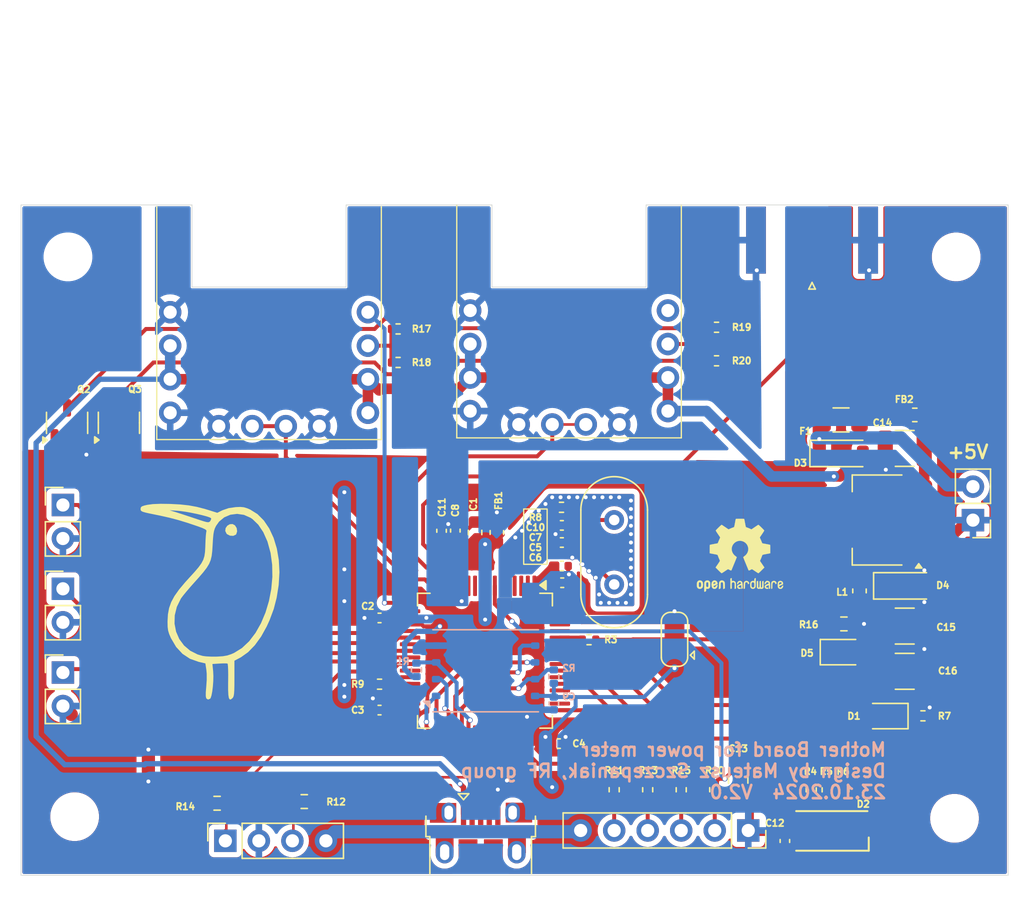
<source format=kicad_pcb>
(kicad_pcb (version 20240108) (generator "pcbnew") (generator_version "8.0")
  (layers (0 "F.Cu" signal) (31 "B.Cu" signal) (34 "B.Paste" user) (35 "F.Paste" user) (36 "B.SilkS" user "B.Silkscreen") (37 "F.SilkS" user "F.Silkscreen") (38 "B.Mask" user) (39 "F.Mask" user) (44 "Edge.Cuts" user))
  (net 0 "")
  (net 1 "+3.3V")
  (net 2 "GND")
  (net 3 "HSE_IN")
  (net 4 "+3.3VA")
  (net 5 "GNDA")
  (net 6 "Net-(C10-Pad1)")
  (net 7 "NRST")
  (net 8 "Net-(U3-VI)")
  (net 9 "+5V")
  (net 10 "Net-(D1-A)")
  (net 11 "Net-(D1-K)")
  (net 12 "Net-(D2-BK)")
  (net 13 "Net-(D2-GK)")
  (net 14 "Net-(D2-RK)")
  (net 16 "Net-(D4-K)")
  (net 17 "Net-(D5-K)")
  (net 18 "Net-(F1-Pad1)")
  (net 19 "Net-(J1-Pin_5)")
  (net 20 "Net-(J1-Pin_3)")
  (net 21 "Net-(J1-Pin_2)")
  (net 22 "Net-(J1-Pin_4)")
  (net 25 "USB_D+")
  (net 27 "USB_D-")
  (net 38 "I2C1_SCL")
  (net 39 "I2C1_SDA")
  (net 40 "VCC")
  (net 41 "1k")
  (net 42 "Net-(Q2-D)")
  (net 43 "Net-(Q3-D)")
  (net 44 "500R")
  (net 45 "FLASH_!WP")
  (net 46 "FLASH_!HOLD")
  (net 47 "BOOT0")
  (net 48 "TIM3_CH1")
  (net 49 "TIM3_CH2")
  (net 50 "TIM4_CH1")
  (net 51 "HSE_OUT")
  (net 52 "BOOT1")
  (net 53 "SWDIO")
  (net 54 "SWCLK")
  (net 55 "SWO")
  (net 56 "T_ADJ_1")
  (net 57 "T_ADJ_2")
  (net 58 "ADC3_IN2_TRIG")
  (net 59 "Button1")
  (net 60 "Button2")
  (net 61 "Button3")
  (net 62 "SPI2_MISO")
  (net 63 "SPI2_SCK")
  (net 64 "SPI2_!CS")
  (net 65 "SPI2_MOSI")
  (net 70 "ADC1_IN0_DET1")
  (net 80 "ADC3_IN3_TEMP")
  (net 81 "ADC2_IN1_DET2")
  (footprint "Resistor_SMD:R_0402_1005Metric" (layer "F.Cu") (at 130.937 48.133)
    (property "Reference" "R20")
    (property "Value" "510R" (hide yes))
  )
  (footprint "Capacitor_SMD:C_0402_1005Metric" (layer "F.Cu") (at 119.2155 60.605 180)
    (property "Reference" "C10")
    (property "Value" "12p")
  )
  (footprint "Symbol:OSHW-Logo2_7.3x6mm_SilkScreen" (layer "F.Cu") (at 132.715 62.865)
    (property "Reference" "REF**" (hide yes))
    (property "Value" "OSHW-Logo2_7.3x6mm_SilkScreen" (hide yes))
  )
  (footprint "Inductor_SMD:L_0603_1608Metric" (layer "F.Cu") (at 145.9605 52.2345 180)
    (property "Reference" "FB2")
    (property "Value" "600 @ 600 MHz" (hide yes))
  )
  (footprint "Connector_USB:USB_Micro-B_Amphenol_10103594-0001LF_Horizontal" (layer "F.Cu") (at 113.0895 84.255)
    (property "Reference" "J2" (hide yes))
    (property "Value" "~")
  )
  (footprint "Capacitor_SMD:C_0402_1005Metric" (layer "F.Cu") (at 119.2155 61.903 180)
    (property "Reference" "C7")
    (property "Value" "12p")
  )
  (footprint "Resistor_SMD:R_0402_1005Metric" (layer "F.Cu") (at 106.807 45.72)
    (property "Reference" "R17")
    (property "Value" "1k" (hide yes))
  )
  (footprint "moja:detektor_AD8318" (layer "F.Cu") (at 97.663 48.26)
    (property "Reference" "U4" (hide yes))
    (property "Value" "~")
  )
  (footprint "Capacitor_SMD:C_0402_1005Metric" (layer "F.Cu") (at 119.2435 64.951)
    (property "Reference" "C6")
    (property "Value" "100n")
  )
  (footprint "LED_SMD:LED_RGB_1210" (layer "F.Cu") (at 139.672 83.758 180)
    (property "Reference" "D2")
    (property "Value" "~")
  )
  (footprint "Resistor_SMD:R_0402_1005Metric" (layer "F.Cu") (at 125.7205 80.638 -90)
    (property "Reference" "R13")
    (property "Value" "22")
  )
  (footprint "MountingHole:MountingHole_3.2mm_M3" (layer "F.Cu") (at 82.296 82.677)
    (property "Reference" "H3" (hide yes))
    (property "Value" "MountingHole")
  )
  (footprint "Capacitor_SMD:C_0603_1608Metric" (layer "F.Cu") (at 114.2905 61.141 90)
    (property "Reference" "C1")
    (property "Value" "4u7")
  )
  (footprint "Resistor_SMD:R_0402_1005Metric" (layer "F.Cu") (at 130.937 45.593)
    (property "Reference" "R19")
    (property "Value" "1k" (hide yes))
  )
  (footprint "Capacitor_SMD:C_0402_1005Metric" (layer "F.Cu") (at 105.4005 67.618 180)
    (property "Reference" "C2")
    (property "Value" "100n" (hide yes))
  )
  (footprint "Capacitor_SMD:C_0402_1005Metric" (layer "F.Cu") (at 119.2155 63.681)
    (property "Reference" "C5")
    (property "Value" "100n")
  )
  (footprint "Capacitor_SMD:C_0402_1005Metric" (layer "F.Cu") (at 105.4005 74.603 180)
    (property "Reference" "C3")
    (property "Value" "100n")
  )
  (footprint "Diode_SMD:D_SOD-123" (layer "F.Cu") (at 140.3725 55.1555)
    (property "Reference" "D3")
    (property "Value" "B5819W" (hide yes))
  )
  (footprint "Connector_PinHeader_2.54mm:PinHeader_1x02_P2.54mm_Vertical" (layer "F.Cu") (at 81.407 71.755)
    (property "Reference" "SW4" (hide yes))
    (property "Value" "SW_Push")
  )
  (footprint "Resistor_SMD:R_0402_1005Metric" (layer "F.Cu") (at 140.589 80.643 90)
    (property "Reference" "R6")
    (property "Value" "1k")
  )
  (footprint "Package_TO_SOT_SMD:SOT-23-3" (layer "F.Cu") (at 85.651 52.832 90)
    (property "Reference" "Q3")
    (property "Value" "BSS138")
  )
  (footprint "MountingHole:MountingHole_3.2mm_M3" (layer "F.Cu") (at 148.971 82.804)
    (property "Reference" "H4" (hide yes))
    (property "Value" "MountingHole")
  )
  (footprint "Connector_PinSocket_2.54mm:PinSocket_1x06_P2.54mm_Vertical" (layer "F.Cu") (at 133.3405 83.725 -90)
    (property "Reference" "J1" (hide yes))
    (property "Value" "SWDIO")
  )
  (footprint "Connector_PinSocket_2.54mm:PinSocket_1x04_P2.54mm_Vertical" (layer "F.Cu") (at 93.7165 84.509 90)
    (property "Reference" "J3" (hide yes))
    (property "Value" "wyswietlacz")
  )
  (footprint "Resistor_SMD:R_0402_1005Metric" (layer "F.Cu") (at 138.111 80.643 90)
    (property "Reference" "R4")
    (property "Value" "1k")
  )
  (footprint "Resistor_SMD:R_0603_1608Metric" (layer "F.Cu") (at 99.695 81.534 180)
    (property "Reference" "R12")
    (property "Value" "2k2")
  )
  (footprint "Package_QFP:LQFP-64_10x10mm_P0.5mm" (layer "F.Cu") (at 113.3885 70.861 -90)
    (property "Reference" "U2" (hide yes))
    (property "Value" "STM32F446RCTx")
  )
  (footprint "Resistor_SMD:R_0402_1005Metric" (layer "F.Cu") (at 119.1875 59.236)
    (property "Reference" "R8")
    (property "Value" "47")
  )
  (footprint "Resistor_SMD:R_0402_1005Metric" (layer "F.Cu") (at 146.578 75.037 180)
    (property "Reference" "R7")
    (property "Value" "1k")
  )
  (footprint "Resistor_SMD:R_0402_1005Metric" (layer "F.Cu") (at 105.4005 72.639 180)
    (property "Reference" "R9")
    (property "Value" "10k")
  )
  (footprint "LOGO" (layer "F.Cu") (at 92.837 66.421)
    (property "Reference" "G***" (hide yes))
    (property "Value" "LOGO" (hide yes))
  )
  (footprint "Resistor_SMD:R_0603_1608Metric" (layer "F.Cu") (at 140.589 68.072)
    (property "Reference" "R16")
    (property "Value" "1k5")
  )
  (footprint "Capacitor_SMD:C_0402_1005Metric" (layer "F.Cu") (at 110.0995 61.014 90)
    (property "Reference" "C11")
    (property "Value" "100n" (hide yes))
  )
  (footprint "Resistor_SMD:R_0402_1005Metric" (layer "F.Cu") (at 123.1805 80.636 -90)
    (property "Reference" "R11")
    (property "Value" "22")
  )
  (footprint "Resistor_SMD:R_0603_1608Metric" (layer "F.Cu") (at 93.091 81.661)
    (property "Reference" "R14")
    (property "Value" "2k2")
  )
  (footprint "Connector_PinHeader_2.54mm:PinHeader_1x02_P2.54mm_Vertical" (layer "F.Cu") (at 81.407 65.41)
    (property "Reference" "SW3" (hide yes))
    (property "Value" "SW_Push")
  )
  (footprint "Capacitor_SMD:C_0402_1005Metric" (layer "F.Cu") (at 118.9895 77.143)
    (property "Reference" "C4")
    (property "Value" "100n" (hide yes))
  )
  (footprint "Capacitor_SMD:C_0603_1608Metric" (layer "F.Cu") (at 141.7695 65.5695 -90)
    (property "Reference" "L1")
    (property "Value" "10u")
  )
  (footprint "Resistor_SMD:R_0402_1005Metric" (layer "F.Cu") (at 130.8005 80.636 -90)
    (property "Reference" "R10")
    (property "Value" "22")
  )
  (footprint "Capacitor_SMD:C_0805_2012Metric" (layer "F.Cu") (at 132.5785 79.876 -90)
    (property "Reference" "C13")
    (property "Value" "100n")
  )
  (footprint "Jumper:SolderJumper-3_P1.3mm_Open_RoundedPad1.0x1.5mm" (layer "F.Cu") (at 127.7525 69.239 90)
    (property "Reference" "SW1" (hide yes))
    (property "Value" "~")
  )
  (footprint "Resistor_SMD:R_0402_1005Metric" (layer "F.Cu") (at 128.2605 80.638 -90)
    (property "Reference" "R15")
    (property "Value" "22")
  )
  (footprint "Connector_PinHeader_2.54mm:PinHeader_1x02_P2.54mm_Vertical" (layer "F.Cu") (at 150.368 60.208 180)
    (property "Reference" "J201" (hide yes))
    (property "Value" "power")
  )
  (footprint "Resistor_SMD:R_0402_1005Metric" (layer "F.Cu") (at 121.2755 69.269 180)
    (property "Reference" "R3")
    (property "Value" "10k")
  )
  (footprint "Capacitor_SMD:C_1210_3225Metric" (layer "F.Cu") (at 145.1985 54.7745 180)
    (property "Reference" "C14")
    (property "Value" "10u")
  )
  (footprint "Resistor_SMD:R_0402_1005Metric" (layer "F.Cu") (at 106.807 48.26)
    (property "Reference" "R18")
    (property "Value" "510R" (hide yes))
  )
  (footprint "Package_TO_SOT_SMD:SOT-223-3_TabPin2" (layer "F.Cu") (at 143.129 60.198 180)
    (property "Reference" "U3" (hide yes))
    (property "Value" "AMS1117-3.3")
  )
  (footprint "MountingHole:MountingHole_3.2mm_M3" (layer "F.Cu") (at 81.788 40.259)
    (property "Reference" "H1" (hide yes))
    (property "Value" "MountingHole")
  )
  (footprint "Crystal:Crystal_HC49-4H_Vertical" (layer "F.Cu") (at 123.1805 65.078 90)
    (property "Reference" "Y1" (hide yes))
    (property "Value" "16MHz")
  )
  (footprint "Capacitor_SMD:C_0402_1005Metric" (layer "F.Cu") (at 111.1435 61.001 90)
    (property "Reference" "C8")
    (property "Value" "1u")
  )
  (footprint "Capacitor_SMD:C_1210_3225Metric" (layer "F.Cu") (at 145.1985 68.2365)
    (property "Reference" "C15")
    (property "Value" "10u")
  )
  (footprint "MountingHole:MountingHole_3.2mm_M3" (layer "F.Cu") (at 149.098 40.259)
    (property "Reference" "H2" (hide yes))
    (property "Value" "MountingHole")
  )
  (footprint "Capacitor_SMD:C_0402_1005Metric" (layer "F.Cu") (at 136.116 84.52 90)
    (property "Reference" "C12")
    (property "Value" "100n")
  )
  (footprint "Capacitor_SMD:C_1210_3225Metric" (layer "F.Cu") (at 145.1985 71.6655)
    (property "Reference" "C16")
    (property "Value" "10u")
  )
  (footprint "Fuse:Fuse_1206_3216Metric" (layer "F.Cu") (at 140.3725 52.6155 180)
    (property "Reference" "F1")
    (property "Value" "250mA" (hide yes))
  )
  (footprint "LED_SMD:LED_0805_2012Metric" (layer "F.Cu") (at 140.482 70.211)
    (property "Reference" "D5")
    (property "Value" "GREEN" (hide yes))
  )
  (footprint "moja:detektor_AD8318" (layer "F.Cu") (at 120.396 48.133)
    (property "Reference" "U5" (hide yes))
    (property "Value" "~")
  )
  (footprint "Package_TO_SOT_SMD:SOT-23-3" (layer "F.Cu") (at 81.722 52.8375 90)
    (property "Reference" "Q2")
    (property "Value" "BSS138")
  )
  (footprint "Resistor_SMD:R_0402_1005Metric" (layer "F.Cu") (at 139.319 80.645 90)
    (property "Reference" "R5")
    (property "Value" "1k")
  )
  (footprint "Diode_SMD:D_SOD-123" (layer "F.Cu") (at 145.1985 65.1885)
    (property "Reference" "D4")
    (property "Value" "B5819W" (hide yes))
  )
  (footprint "LED_SMD:LED_0805_2012Metric" (layer "F.Cu") (at 143.764 75.057 180)
    (property "Reference" "D1")
    (property "Value" "~")
  )
  (footprint "Connector_PinHeader_2.54mm:PinHeader_1x02_P2.54mm_Vertical" (layer "F.Cu") (at 81.407 59.06)
    (property "Reference" "SW2" (hide yes))
    (property "Value" "SW_Push")
  )
  (footprint "Connector_Coaxial:SMA_Amphenol_132289_EdgeMount" (layer "F.Cu") (at 138.176 38.989 90)
    (property "Reference" "REF**" (hide yes))
    (property "Value" "SMA_Amphenol_132289_EdgeMount")
  )
  (footprint "Inductor_SMD:L_0603_1608Metric" (layer "F.Cu") (at 112.6395 61.141 -90)
    (property "Reference" "FB1")
    (property "Value" "600MHz" (hide yes))
  )
  (footprint "Package_SON:WSON-8-1EP_8x6mm_P1.27mm_EP3.4x4.3mm" (layer "B.Cu") (at 113.4405 71.623)
    (property "Reference" "U1" (hide yes))
    (property "Value" "flash")
  )
  (footprint "Resistor_SMD:R_0402_1005Metric" (layer "B.Cu") (at 108.1945 71.555 90)
    (property "Reference" "R1")
    (property "Value" "10k")
  )
  (footprint "Capacitor_SMD:C_0402_1005Metric" (layer "B.Cu") (at 118.6085 74.095 -90)
    (property "Reference" "C9")
    (property "Value" "100n")
  )
  (footprint "Resistor_SMD:R_0402_1005Metric" (layer "B.Cu") (at 118.6085 72.063 90)
    (property "Reference" "R2")
    (property "Value" "10k")
  )
  (gr_rect (start 116.3225 59.363) (end 118.1005 63.554) (stroke (width 0.1)) (fill none) (layer "F.SilkS"))
  (gr_line (start 153.035 36.322) (end 153.035 87.122) (stroke (width 0.05)) (layer "Edge.Cuts"))
  (gr_line (start 113.919 36.322) (end 113.919 42.545) (stroke (width 0.05)) (layer "Edge.Cuts"))
  (gr_line (start 102.87 36.322) (end 113.919 36.322) (stroke (width 0.05)) (layer "Edge.Cuts"))
  (gr_line (start 91.186 42.545) (end 102.87 42.545) (stroke (width 0.05)) (layer "Edge.Cuts"))
  (gr_line (start 125.603 36.322) (end 153.035 36.322) (stroke (width 0.05)) (layer "Edge.Cuts"))
  (gr_line (start 113.919 42.545) (end 125.603 42.545) (stroke (width 0.05)) (layer "Edge.Cuts"))
  (gr_line (start 91.186 36.322) (end 91.186 42.545) (stroke (width 0.05)) (layer "Edge.Cuts"))
  (gr_line (start 102.87 42.545) (end 102.87 36.322) (stroke (width 0.05)) (layer "Edge.Cuts"))
  (gr_line (start 78.232 36.322) (end 91.186 36.322) (stroke (width 0.05)) (layer "Edge.Cuts"))
  (gr_line (start 125.603 42.545) (end 125.603 36.322) (stroke (width 0.05)) (layer "Edge.Cuts"))
  (gr_line (start 153.035 87.122) (end 78.232 87.122) (stroke (width 0.05)) (layer "Edge.Cuts"))
  (gr_line (start 78.232 87.122) (end 78.232 36.322) (stroke (width 0.05)) (layer "Edge.Cuts"))
  (gr_text "Mother Board for power meter\nDesign by Mateusz Szczepaniak, RF group\n23.10.2024  V2.0\n" (at 143.891 81.407 0) (layer "B.SilkS") (effects (font (size 1 1) (thickness 0.2) (bold yes)) (justify left bottom mirror)))
  (gr_text "+5V\n" (at 148.336 55.626 0) (layer "F.SilkS") (effects (font (size 1 1) (thickness 0.2) (bold yes)) (justify left bottom)))
  (segment (start 106.3735 68.111) (end 105.8805 67.618) (width 0.3) (layer "F.Cu") (net 1))
  (segment (start 142.2905 66.3445) (end 143.7235 67.7775) (width 0.8) (layer "F.Cu") (net 1))
  (segment (start 143.7235 68.2365) (end 143.7235 70.231) (width 0.8) (layer "F.Cu") (net 1))
  (segment (start 117.9025 76.536) (end 118.5095 77.143) (width 0.3) (layer "F.Cu") (net 1))
  (segment (start 101.3365 83.747) (end 101.3365 84.509) (width 0.3) (layer "F.Cu") (net 1))
  (segment (start 118.7355 63.681) (end 118.7355 64.923) (width 0.3) (layer "F.Cu") (net 1))
  (segment (start 118.5285 65.186) (end 118.7635 64.951) (width 0.3) (layer "F.Cu") (net 1))
  (segment (start 113.2875 61.916) (end 112.652 61.916) (width 0.3) (layer "F.Cu") (net 1))
  (segment (start 114.2905 61.916) (end 113.5155 61.916) (width 0.3) (layer "F.Cu") (net 1))
  (segment (start 118.7355 64.923) (end 118.7635 64.951) (width 0.3) (layer "F.Cu") (net 1))
  (segment (start 120.6405 81.969) (end 120.6405 83.725) (width 1) (layer "F.Cu") (net 1))
  (segment (start 118.7635 64.951) (end 118.7635 66.811) (width 0.3) (layer "F.Cu") (net 1))
  (segment (start 113.4015 62.03) (end 113.2875 61.916) (width 0.3) (layer "F.Cu") (net 1))
  (segment (start 142.324 70.231) (end 143.7235 70.231) (width 0.8) (layer "F.Cu") (net 1))
  (segment (start 112.652 61.916) (end 112.6395 61.9285) (width 0.3) (layer "F.Cu") (net 1))
  (segment (start 127.7525 71.301) (end 127.7525 70.539) (width 0.3) (layer "F.Cu") (net 1))
  (segment (start 119.1165 80.445) (end 118.4815 80.445) (width 1) (layer "F.Cu") (net 1))
  (segment (start 107.7135 68.111) (end 108.59162 68.111) (width 0.3) (layer "F.Cu") (net 1))
  (segment (start 108.59162 68.111) (end 108.73362 68.253) (width 0.3) (layer "F.Cu") (net 1))
  (segment (start 137.922 84.458) (end 137.922 84.519) (width 0.3) (layer "F.Cu") (net 1))
  (segment (start 119.1165 80.445) (end 120.6405 81.969) (width 1) (layer "F.Cu") (net 1))
  (segment (start 141.4195 70.211) (end 142.304 70.211) (width 0.8) (layer "F.Cu") (net 1))
  (segment (start 137.454 84.987) (end 136.116 84.987) (width 0.3) (layer "F.Cu") (net 1))
  (segment (start 118.7635 66.811) (end 119.0635 67.111) (width 0.3) (layer "F.Cu") (net 1))
  (segment (start 137.922 84.519) (end 137.454 84.987) (width 0.3) (layer "F.Cu") (net 1))
  (segment (start 143.7235 70.231) (end 143.7235 71.6655) (width 0.8) (layer "F.Cu") (net 1))
  (segment (start 107.7135 68.111) (end 106.3735 68.111) (width 0.3) (layer "F.Cu") (net 1))
  (segment (start 141.7695 66.3445) (end 142.2905 66.3445) (width 0.8) (layer "F.Cu") (net 1))
  (segment (start 117.1385 65.186) (end 118.5285 65.186) (width 0.3) (layer "F.Cu") (net 1))
  (segment (start 107.7135 74.611) (end 105.8885 74.611) (width 0.3) (layer "F.Cu") (net 1))
  (segment (start 113.5155 61.916) (end 113.4015 62.03) (width 0.3) (layer "F.Cu") (net 1))
  (segment (start 108.73362 68.253) (end 109.9725 68.253) (width 0.3) (layer "F.Cu") (net 1))
  (segment (start 117.1385 76.536) (end 117.9025 76.536) (width 0.3) (layer "F.Cu") (net 1))
  (segment (start 143.7235 67.7775) (end 143.7235 68.2365) (width 0.8) (layer "F.Cu") (net 1))
  (segment (start 142.304 70.211) (end 142.324 70.231) (width 0.8) (layer "F.Cu") (net 1))
  (segment (start 105.8885 74.611) (end 105.8805 74.603) (width 0.3) (layer "F.Cu") (net 1))
  (via (at 102.7335 73.587) (size 0.6) (drill 0.3) (layers "F.Cu" "B.Cu") (net 1))
  (via (at 102.7335 58.093) (size 0.6) (drill 0.3) (layers "F.Cu" "B.Cu") (net 1))
  (via (at 113.4015 67.745) (size 0.6) (drill 0.3) (layers "F.Cu" "B.Cu") (net 1))
  (via (at 113.4015 62.03) (size 0.6) (drill 0.3) (layers "F.Cu" "B.Cu") (net 1))
  (via (at 102.7335 66.348) (size 0.6) (drill 0.3) (layers "F.Cu" "B.Cu") (net 1))
  (via (at 102.7335 63.935) (size 0.6) (drill 0.3) (layers "F.Cu" "B.Cu") (net 1))
  (via (at 117.9735 76.635) (size 0.4) (drill 0.3) (layers "F.Cu" "B.Cu") (net 1))
  (via (at 127.7525 71.428) (size 0.6) (drill 0.3) (layers "F.Cu" "B.Cu") (net 1))
  (via (at 118.4815 80.445) (size 0.6) (drill 0.3) (layers "F.Cu" "B.Cu") (net 1))
  (via (at 102.7335 72.698) (size 0.6) (drill 0.3) (layers "F.Cu" "B.Cu") (net 1))
  (via (at 109.9725 68.253) (size 0.4) (drill 0.3) (layers "F.Cu" "B.Cu") (net 1))
  (segment (start 120.2595 73.615) (end 118.6085 73.615) (width 0.3) (layer "B.Cu") (net 1))
  (segment (start 118.4815 80.445) (end 117.9735 79.937) (width 1) (layer "B.Cu") (net 1))
  (segment (start 117.9735 79.937) (end 117.9735 76.635) (width 1) (layer "B.Cu") (net 1))
  (segment (start 127.7525 71.301) (end 127.7525 71.428) (width 0.3) (layer "B.Cu") (net 1))
  (segment (start 118.5215 73.528) (end 118.6085 73.615) (width 0.3) (layer "B.Cu") (net 1))
  (segment (start 120.6405 83.725) (end 120.5455 83.82) (width 1) (layer "B.Cu") (net 1))
  (segment (start 102.7335 66.348) (end 102.7335 63.935) (width 1) (layer "B.Cu") (net 1))
  (segment (start 109.5915 68.634) (end 109.9725 68.253) (width 0.4) (layer "B.Cu") (net 1))
  (segment (start 120.5455 83.82) (end 102.0255 83.82) (width 1) (layer "B.Cu") (net 1))
  (segment (start 108.1945 68.634) (end 109.5915 68.634) (width 0.4) (layer "B.Cu") (net 1))
  (segment (start 113.4015 67.745) (end 113.4015 62.03) (width 1) (layer "B.Cu") (net 1))
  (segment (start 107.3055 71.495999) (end 107.3055 69.523) (width 0.4) (layer "B.Cu") (net 1))
  (segment (start 120.2595 73.615) (end 120.2595 74.349) (width 0.3) (layer "B.Cu") (net 1))
  (segment (start 108.1945 72.065) (end 107.874501 72.065) (width 0.4) (layer "B.Cu") (net 1))
  (segment (start 102.7335 72.698) (end 102.7335 73.587) (width 1) (layer "B.Cu") (net 1))
  (segment (start 117.1905 73.528) (end 118.5215 73.528) (width 0.3) (layer "B.Cu") (net 1))
  (segment (start 107.3055 69.523) (end 108.1945 68.634) (width 0.4) (layer "B.Cu") (net 1))
  (segment (start 107.874501 72.065) (end 107.3055 71.495999) (width 0.4) (layer "B.Cu") (net 1))
  (segment (start 102.7335 63.935) (end 102.7335 58.093) (width 1) (layer "B.Cu") (net 1))
  (segment (start 102.7335 66.348) (end 102.7335 72.698) (width 1) (layer "B.Cu") (net 1))
  (segment (start 127.6255 71.428) (end 125.4385 73.615) (width 0.3) (layer "B.Cu") (net 1))
  (segment (start 102.0255 83.82) (end 101.3365 84.509) (width 1) (layer "B.Cu") (net 1))
  (segment (start 118.6085 72.573) (end 118.6085 73.615) (width 0.3) (layer "B.Cu") (net 1))
  (segment (start 127.7525 71.301) (end 127.7525 71.301) (width 0.3) (layer "B.Cu") (net 1))
  (segment (start 120.2595 74.349) (end 117.9735 76.635) (width 0.3) (layer "B.Cu") (net 1))
  (segment (start 127.7525 71.428) (end 127.6255 71.428) (width 0.3) (layer "B.Cu") (net 1))
  (segment (start 125.4385 73.615) (end 120.2595 73.615) (width 0.3) (layer "B.Cu") (net 1))
  (segment (start 104.8905 73.204) (end 104.8905 72.639) (width 0.4) (layer "F.Cu") (net 2))
  (segment (start 146.6735 63.9965) (end 146.6735 62.8925) (width 0.8) (layer "F.Cu") (net 2))
  (segment (start 133.6555 84.04) (end 133.3405 83.725) (width 0.2) (layer "F.Cu") (net 2))
  (segment (start 118.7355 61.268) (end 118.7355 61.903) (width 0.3) (layer "F.Cu") (net 2))
  (segment (start 143.7235 54.7745) (end 143.7235 56.3015) (width 1) (layer "F.Cu") (net 2))
  (segment (start 118.7355 60.605) (end 118.7355 61.268) (width 0.3) (layer "F.Cu") (net 2))
  (segment (start 116.5765 75.111) (end 116.6385 75.173) (width 0.3) (layer "F.Cu") (net 2))
  (segment (start 87.884 77.597) (end 87.884 80.01) (width 1) (layer "F.Cu") (net 2))
  (segment (start 83.185 52.832) (end 86.106 52.832) (width 0.4) (layer "F.Cu") (net 2))
  (segment (start 119.6955 64.26) (end 119.7515 64.316) (width 0.3) (layer "F.Cu") (net 2))
  (segment (start 136.116 84.04) (end 133.6555 84.04) (width 0.2) (layer "F.Cu") (net 2))
  (segment (start 119.0635 67.611) (end 120.3795 67.611) (width 0.3) (layer "F.Cu") (net 2))
  (segment (start 147.088 75.037) (end 147.088 74.405) (width 0.4) (layer "F.Cu") (net 2))
  (segment (start 147.091 74.402) (end 147.088 74.405) (width 0.4) (layer "F.Cu") (net 2))
  (segment (start 82.672 53.975) (end 82.672 53.345) (width 0.4) (layer "F.Cu") (net 2))
  (segment (start 119.6955 64.923) (end 119.7235 64.951) (width 0.3) (layer "F.Cu") (net 2))
  (segment (start 132.5785 80.826) (end 133.4675 81.715) (width 0.6) (layer "F.Cu") (net 2))
  (segment (start 146.6735 64.0195) (end 146.685 64.008) (width 0.8) (layer "F.Cu") (net 2))
  (segment (start 146.685 69.977) (end 146.6735 69.9655) (width 0.8) (layer "F.Cu") (net 2))
  (segment (start 120.3795 67.611) (end 120.7075 67.939) (width 0.3) (layer "F.Cu") (net 2))
  (segment (start 82.672 53.345) (end 83.185 52.832) (width 0.4) (layer "F.Cu") (net 2))
  (segment (start 107.7135 74.111) (end 106.8135 74.111) (width 0.3) (layer "F.Cu") (net 2))
  (segment (start 119.4975 76.635) (end 119.4695 76.663) (width 0.3) (layer "F.Cu") (net 2))
  (segment (start 104.8925 73.714) (end 104.9205 73.714) (width 0.3) (layer "F.Cu") (net 2))
  (segment (start 82.042 74.93) (end 81.407 74.295) (width 1) (layer "F.Cu") (net 2))
  (segment (start 146.6735 69.9885) (end 146.685 69.977) (width 0.8) (layer "F.Cu") (net 2))
  (segment (start 82.672 54.732) (end 83.185 55.245) (width 0.4) (layer "F.Cu") (net 2))
  (segment (start 108.9495 67.611) (end 107.7135 67.611) (width 0.3) (layer "F.Cu") (net 2))
  (segment (start 116.6385 75.173) (end 116.6385 76.536) (width 0.3) (layer "F.Cu") (net 2))
  (segment (start 146.6735 66.4095) (end 146.6735 64.0195) (width 0.8) (layer "F.Cu") (net 2))
  (segment (start 142.113 68.072) (end 141.414 68.072) (width 0.4) (layer "F.Cu") (net 2))
  (segment (start 146.6735 69.9655) (end 146.6735 66.4325) (width 0.8) (layer "F.Cu") (net 2))
  (segment (start 104.9205 73.234) (end 104.8905 73.204) (width 0.4) (layer "F.Cu") (net 2))
  (segment (start 114.3645 80.625) (end 115.0525 79.937) (width 0.4) (layer "F.Cu") (net 2))
  (segment (start 146.6735 66.4325) (end 146.685 66.421) (width 0.8) (layer "F.Cu") (net 2))
  (segment (start 119.4695 76.663) (end 119.4695 77.143) (width 0.3) (layer "F.Cu") (net 2))
  (segment (start 146.685 64.008) (end 146.6735 63.9965) (width 0.8) (layer "F.Cu") (net 2))
  (segment (start 133.4675 81.715) (end 133.4675 83.496) (width 0.6) (layer "F.Cu") (net 2))
  (segment (start 104.9205 67.618) (end 104.2575 67.618) (width 0.4) (layer "F.Cu") (net 2))
  (segment (start 127.7525 67.939) (end 127.7525 67.11) (width 0.3) (layer "F.Cu") (net 2))
  (segment (start 147.687 62.498) (end 150.114 60.071) (width 0.8) (layer "F.Cu") (net 2))
  (segment (start 104.9205 73.714) (end 104.9205 73.234) (width 0.4) (layer "F.Cu") (net 2))
  (segment (start 146.279 62.498) (end 147.687 62.498) (width 0.8) (layer "F.Cu") (net 2))
  (segment (start 104.9205 74.603) (end 104.9205 73.714) (width 0.4) (layer "F.Cu") (net 2))
  (segment (start 119.6955 63.681) (end 119.6955 64.26) (width 0.3) (layer "F.Cu") (net 2))
  (segment (start 146.6735 62.8925) (end 146.279 62.498) (width 0.8) (layer "F.Cu") (net 2))
  (segment (start 114.2905 59.617) (end 114.2905 60.366) (width 0.4) (layer "F.Cu") (net 2))
  (segment (start 146.685 66.421) (end 146.6735 66.4095) (width 0.8) (layer "F.Cu") (net 2))
  (segment (start 114.3645 80.625) (end 114.3645 82.49) (width 0.4) (layer "F.Cu") (net 2))
  (segment (start 86.106 52.832) (end 86.601 53.327) (width 0.4) (layer "F.Cu") (net 2))
  (segment (start 119.7515 64.316) (end 119.6955 64.372) (width 0.3) (layer "F.Cu") (net 2))
  (segment (start 86.601 53.327) (end 86.601 53.9695) (width 0.4) (layer "F.Cu") (net 2))
  (segment (start 106.8135 74.111) (end 106.4165 73.714) (width 0.3) (layer "F.Cu") (net 2))
  (segment (start 82.672 53.975) (end 82.672 54.732) (width 0.4) (layer "F.Cu") (net 2))
  (segment (start 106.4165 73.714) (end 104.8925 73.714) (width 0.3) (layer "F.Cu") (net 2))
  (segment (start 119.6955 64.372) (end 119.6955 64.923) (width 0.3) (layer "F.Cu") (net 2))
  (segment (start 133.4675 83.496) (end 133.3405 83.623) (width 0.6) (layer "F.Cu") (net 2))
  (segment (start 146.6735 71.6655) (end 146.6735 69.9885) (width 0.8) (layer "F.Cu") (net 2))
  (segment (start 120.7075 67.939) (end 127.7525 67.939) (width 0.3) (layer "F.Cu") (net 2))
  (via (at 87.884 77.597) (size 0.6) (drill 0.3) (layers "F.Cu" "B.Cu") (net 2))
  (via (at 104.2575 67.618) (size 0.4) (drill 0.3) (layers "F.Cu" "B.Cu") (net 2))
  (via (at 124.4505 63.808) (size 0.4) (drill 0.3) (layers "F.Cu" "B.Cu") (net 2))
  (via (at 124.4505 63.173) (size 0.4) (drill 0.3) (layers "F.Cu" "B.Cu") (net 2))
  (via (at 121.7835 64.57) (size 0.4) (drill 0.3) (layers "F.Cu" "B.Cu") (net 2))
  (via (at 116.7035 60.379) (size 0.4) (drill 0.3) (layers "F.Cu" "B.Cu") (net 2))
  (via (at 124.4505 62.538) (size 0.4) (drill 0.3) (layers "F.Cu" "B.Cu") (net 2))
  (via (at 122.2915 58.474) (size 0.4) (drill 0.3) (layers "F.Cu" "B.Cu") (net 2))
  (via (at 124.4505 64.443) (size 0.4) (drill 0.3) (layers "F.Cu" "B.Cu") (net 2))
  (via (at 124.0695 66.475) (size 0.4) (drill 0.3) (layers "F.Cu" "B.Cu") (net 2))
  (via (at 124.4505 59.998) (size 0.4) (drill 0.3) (layers "F.Cu" "B.Cu") (net 2))
  (via (at 117.9735 58.982) (size 0.4) (drill 0.3) (layers "F.Cu" "B.Cu") (net 2))
  (via (at 118.7355 61.268) (size 0.4) (drill 0.3) (layers "F.Cu" "B.Cu") (net 2))
  (via (at 124.4505 59.363) (size 0.4) (drill 0.3) (layers "F.Cu" "B.Cu") (net 2))
  (via (at 83.185 55.245) (size 0.4) (drill 0.3) (layers "F.Cu" "B.Cu") (net 2))
  (via (at 122.7995 66.475) (size 0.4) (drill 0.3) (layers "F.Cu" "B.Cu") (net 2))
  (via (at 124.4505 61.903) (size 0.4) (drill 0.3) (layers "F.Cu" "B.Cu") (net 2))
  (via (at 115.0525 79.937) (size 0.4) (drill 0.3) (layers "F.Cu" "B.Cu") (net 2))
  (via (at 127.7525 67.11) (size 0.4) (drill 0.3) (layers "F.Cu" "B.Cu") (net 2))
  (via (at 119.7515 58.474) (size 0.4) (drill 0.3) (layers "F.Cu" "B.Cu") (net 2))
  (via (at 122.9265 58.474) (size 0.4) (drill 0.3) (layers "F.Cu" "B.Cu") (net 2))
  (via (at 146.685 66.421) (size 0.4) (drill 0.3) (layers "F.Cu" "B.Cu") (net 2))
  (via (at 124.4505 61.268) (size 0.4) (drill 0.3) (layers "F.Cu" "B.Cu") (net 2))
  (via (at 143.764 56.388) (size 0.6) (drill 0.3) (layers "F.Cu" "B.Cu") (net 2))
  (via (at 120.3865 58.474) (size 0.4) (drill 0.3) (layers "F.Cu" "B.Cu") (net 2))
  (via (at 116.1955 61.014) (size 0.4) (drill 0.3) (layers "F.Cu" "B.Cu") (net 2))
  (via (at 87.884 80.01) (size 0.6) (drill 0.3) (layers "F.Cu" "B.Cu") (net 2))
  (via (at 146.685 64.008) (size 0.4) (drill 0.3) (layers "F.Cu" "B.Cu") (net 2))
  (via (at 124.4505 65.84) (size 0.4) (drill 0.3) (layers "F.Cu" "B.Cu") (net 2))
  (via (at 120.0055 63.046) (size 0.4) (drill 0.3) (layers "F.Cu" "B.Cu") (net 2))
  (via (at 142.113 68.072) (size 0.4) (drill 0.3) (layers "F.Cu" "B.Cu") (net 2))
  (via (at 119.7515 64.316) (size 0.4) (drill 0.3) (layers "F.Cu" "B.Cu") (net 2))
  (via (at 114.3645 80.625) (size 0.4) (drill 0.3) (layers "F.Cu" "B.Cu") (net 2))
  (via (at 121.2755 64.062) (size 0.4) (drill 0.3) (layers "F.Cu" "B.Cu") (net 2))
  (via (at 108.9495 67.611) (size 0.4) (drill 0.3) (layers "F.Cu" "B.Cu") (net 2))
  (via (at 121.6565 58.474) (size 0.4) (drill 0.3) (layers "F.Cu" "B.Cu") (net 2))
  (via (at 116.5765 75.111) (size 0.4) (drill 0.3) (layers "F.Cu" "B.Cu") (net 2))
  (via (at 122.1645 66.475) (size 0.4) (drill 0.3) (layers "F.Cu" "B.Cu") (net 2))
  (via (at 119.1165 58.474) (size 0.4) (drill 0.3) (layers "F.Cu" "B.Cu") (net 2))
  (via (at 142.494 41.275) (size 0.6) (drill 0.3) (layers "F.Cu" "B.Cu") (net 2))
  (via (at 115.6875 61.522) (size 0.4) (drill 0.3) (layers "F.Cu" "B.Cu") (net 2))
  (via (at 119.4975 76.635) (size 0.4) (drill 0.3) (layers "F.Cu" "B.Cu") (net 2))
  (via (at 118.4815 58.474) (size 0.4) (drill 0.3) (layers "F.Cu" "B.Cu") (net 2))
  (via (at 114.2905 59.617) (size 0.4) (drill 0.3) (layers "F.Cu" "B.Cu") (net 2))
  (via (at 124.4505 58.728) (size 0.4) (drill 0.3) (layers "F.Cu" "B.Cu") (net 2))
  (via (at 123.5615 58.474) (size 0.4) (drill 0.3) (layers "F.Cu" "B.Cu") (net 2))
  (via (at 146.685 69.977) (size 0.4) (drill 0.3) (layers "F.Cu" "B.Cu") (net 2))
  (via (at 124.4505 65.078) (size 0.4) (drill 0.3) (layers "F.Cu" "B.Cu") (net 2))
  (via (at 122.0375 65.84) (size 0.4) (drill 0.3) (layers "F.Cu" "B.Cu") (net 2))
  (via (at 120.7675 63.554) (size 0.4) (drill 0.3) (layers "F.Cu" "B.Cu") (net 2))
  (via (at 104.8925 73.714) (size 0.4) (drill 0.3) (layers "F.Cu" "B.Cu") (net 2))
  (via (at 124.4505 60.633) (size 0.4) (drill 0.3) (layers "F.Cu" "B.Cu") (net 2))
  (via (at 117.4655 59.49) (size 0.4) (drill 0.3) (layers "F.Cu" "B.Cu") (net 2))
  (via (at 121.0215 58.474) (size 0.4) (drill 0.3) (layers "F.Cu" "B.Cu") (net 2))
  (via (at 147.091 74.402) (size 0.4) (drill 0.3) (layers "F.Cu" "B.Cu") (net 2))
  (via (at 123.4345 66.475) (size 0.4) (drill 0.3) (layers "F.Cu" "B.Cu") (net 2))
  (segment (start 115.0525 79.937) (end 116.5765 78.413) (width 0.4) (layer "B.Cu") (net 2))
  (segment (start 116.5765 78.413) (end 116.5765 75.111) (width 0.4) (layer "B.Cu") (net 2))
  (segment (start 123.1805 65.078) (end 120.0055 61.903) (width 0.3) (layer "F.Cu") (net 3))
  (segment (start 119.116499 62.792) (end 119.6955 62.212999) (width 0.3) (layer "F.Cu") (net 3))
  (segment (start 116.4495 63.808) (end 117.4655 62.792) (width 0.3) (layer "F.Cu") (net 3))
  (segment (start 120.0055 61.903) (end 119.6955 61.903) (width 0.3) (layer "F.Cu") (net 3))
  (segment (start 115.1385 65.186) (end 115.1385 64.30788) (width 0.3) (layer "F.Cu") (net 3))
  (segment (start 115.1385 64.30788) (end 115.63838 63.808) (width 0.3) (layer "F.Cu") (net 3))
  (segment (start 117.4655 62.792) (end 119.116499 62.792) (width 0.3) (layer "F.Cu") (net 3))
  (segment (start 115.63838 63.808) (end 116.4495 63.808) (width 0.3) (layer "F.Cu") (net 3))
  (segment (start 119.6955 62.212999) (end 119.6955 61.903) (width 0.3) (layer "F.Cu") (net 3))
  (segment (start 111.2425 64.20388) (end 111.2425 61.59) (width 0.3) (layer "F.Cu") (net 4))
  (segment (start 110.0995 61.494) (end 111.1305 61.494) (width 0.3) (layer "F.Cu") (net 4))
  (segment (start 111.1435 61.481) (end 111.512 61.481) (width 0.3) (layer "F.Cu") (net 4))
  (segment (start 111.2425 61.59) (end 111.1385 61.486) (width 0.3) (layer "F.Cu") (net 4))
  (segment (start 111.1385 64.30788) (end 111.2425 64.20388) (width 0.3) (layer "F.Cu") (net 4))
  (segment (start 111.512 61.481) (end 112.6395 60.3535) (width 0.3) (layer "F.Cu") (net 4))
  (segment (start 111.1385 65.186) (end 111.1385 64.30788) (width 0.3) (layer "F.Cu") (net 4))
  (segment (start 111.6385 66.333) (end 111.6385 65.186) (width 0.3) (layer "F.Cu") (net 5))
  (segment (start 110.5795 60.534) (end 110.6075 60.506) (width 0.4) (layer "F.Cu") (net 5))
  (segment (start 111.1305 60.534) (end 111.1435 60.521) (width 0.4) (layer "F.Cu") (net 5))
  (segment (start 110.0995 60.534) (end 110.5795 60.534) (width 0.4) (layer "F.Cu") (net 5))
  (segment (start 111.6235 66.348) (end 111.6385 66.333) (width 0.3) (layer "F.Cu") (net 5))
  (segment (start 110.6075 60.506) (end 110.6355 60.534) (width 0.4) (layer "F.Cu") (net 5))
  (segment (start 110.6355 60.534) (end 111.1305 60.534) (width 0.4) (layer "F.Cu") (net 5))
  (via (at 133.985 41.275) (size 0.6) (drill 0.3) (layers "F.Cu" "B.Cu") (net 5))
  (via (at 111.6235 66.348) (size 0.4) (drill 0.3) (layers "F.Cu" "B.Cu") (net 5))
  (via (at 110.6075 60.506) (size 0.4) (drill 0.3) (layers "F.Cu" "B.Cu") (net 5))
  (segment (start 123.1805 60.198) (end 120.1515 60.198) (width 0.3) (layer "F.Cu") (net 6))
  (segment (start 119.6975 59.744) (end 120.1515 60.198) (width 0.3) (layer "F.Cu") (net 6))
  (segment (start 119.6955 60.605) (end 119.6955 59.746) (width 0.3) (layer "F.Cu") (net 6))
  (segment (start 119.6955 59.746) (end 119.6975 59.744) (width 0.3) (layer "F.Cu") (net 6))
  (segment (start 119.6975 59.236) (end 119.6975 59.744) (width 0.3) (layer "F.Cu") (net 6))
  (segment (start 131.5625 79.81) (end 131.1165 79.81) (width 0.3) (layer "F.Cu") (net 7))
  (segment (start 131.1165 79.81) (end 130.8005 80.126) (width 0.3) (layer "F.Cu") (net 7))
  (segment (start 115.4335 67.872) (end 114.1385 66.577) (width 0.3) (layer "F.Cu") (net 7))
  (segment (start 132.4465 78.926) (end 132.5785 78.926) (width 0.3) (layer "F.Cu") (net 7))
  (segment (start 131.5625 79.81) (end 132.4465 78.926) (width 0.3) (layer "F.Cu") (net 7))
  (segment (start 114.1385 66.577) (end 114.1385 65.186) (width 0.3) (layer "F.Cu") (net 7))
  (via (at 115.4335 67.872) (size 0.4) (drill 0.3) (layers "F.Cu" "B.Cu") (net 7))
  (via (at 131.5625 79.81) (size 0.4) (drill 0.3) (layers "F.Cu" "B.Cu") (net 7))
  (segment (start 128.8955 68.634) (end 116.1955 68.634) (width 0.3) (layer "B.Cu") (net 7))
  (segment (start 131.3085 79.556) (end 131.3085 71.047) (width 0.3) (layer "B.Cu") (net 7))
  (segment (start 131.5625 79.81) (end 131.3085 79.556) (width 0.3) (layer "B.Cu") (net 7))
  (segment (start 131.3085 71.047) (end 128.8955 68.634) (width 0.3) (layer "B.Cu") (net 7))
  (segment (start 116.1955 68.634) (end 115.4335 67.872) (width 0.3) (layer "B.Cu") (net 7))
  (segment (start 146.748 52.2345) (end 146.748 54.7) (width 0.8) (layer "F.Cu") (net 8))
  (segment (start 146.6735 57.5035) (end 146.279 57.898) (width 0.8) (layer "F.Cu") (net 8))
  (segment (start 146.6735 54.7745) (end 146.6735 57.5035) (width 0.8) (layer "F.Cu") (net 8))
  (segment (start 146.748 54.7) (end 146.6735 54.7745) (width 0.8) (layer "F.Cu") (net 8))
  (segment (start 112.268 49.403) (end 127.254 49.403) (width 0.8) (layer "F.Cu") (net 9))
  (segment (start 111.7645 80.459) (end 111.4965 80.191) (width 0.4) (layer "F.Cu") (net 9))
  (segment (start 111.7645 80.459) (end 111.7645 82.49) (width 0.4) (layer "F.Cu") (net 9))
  (segment (start 127.254 49.403) (end 127.254 51.943) (width 0.8) (layer "F.Cu") (net 9))
  (segment (start 139.827 56.896) (end 140.282 56.896) (width 0.8) (layer "F.Cu") (net 9))
  (segment (start 104.521 52.07) (end 104.521 49.53) (width 0.8) (layer "F.Cu") (net 9))
  (segment (start 105.244 50.253) (end 104.521 49.53) (width 0.8) (layer "F.Cu") (net 9))
  (segment (start 112.268 49.403) (end 111.418 50.253) (width 0.8) (layer "F.Cu") (net 9))
  (segment (start 111.418 50.253) (end 105.244 50.253) (width 0.8) (layer "F.Cu") (net 9))
  (segment (start 104.521 49.53) (end 89.535 49.53) (width 0.8) (layer "F.Cu") (net 9))
  (segment (start 105.371 50.38) (end 104.521 49.53) (width 0.8) (layer "F.Cu") (net 9))
  (segment (start 140.282 56.896) (end 142.0225 55.1555) (width 0.8) (layer "F.Cu") (net 9))
  (via (at 111.4965 80.191) (size 0.4) (drill 0.3) (layers "F.Cu" "B.Cu") (net 9))
  (via (at 139.827 56.896) (size 0.6) (drill 0.3) (layers "F.Cu" "B.Cu") (net 9))
  (segment (start 112.268 46.863) (end 112.268 49.403) (width 0.8) (layer "B.Cu") (net 9))
  (segment (start 111.4965 80.191) (end 109.9725 78.667) (width 0.4) (layer "B.Cu") (net 9))
  (segment (start 130.175 51.943) (end 135.128 56.896) (width 0.8) (layer "B.Cu") (net 9))
  (segment (start 135.128 56.896) (end 139.827 56.896) (width 0.8) (layer "B.Cu") (net 9))
  (segment (start 87.60395 78.74) (end 87.67695 78.667) (width 0.4) (layer "B.Cu") (net 9))
  (segment (start 127.254 51.943) (end 130.175 51.943) (width 0.8) (layer "B.Cu") (net 9))
  (segment (start 89.535 46.99) (end 89.535 49.53) (width 0.8) (layer "B.Cu") (net 9))
  (segment (start 81.534 78.74) (end 87.60395 78.74) (width 0.4) (layer "B.Cu") (net 9))
  (segment (start 79.375 76.581) (end 79.375 54.356) (width 0.4) (layer "B.Cu") (net 9))
  (segment (start 81.534 78.74) (end 79.375 76.581) (width 0.4) (layer "B.Cu") (net 9))
  (segment (start 84.201 49.53) (end 89.535 49.53) (width 0.4) (layer "B.Cu") (net 9))
  (segment (start 87.67695 78.667) (end 109.9725 78.667) (width 0.4) (layer "B.Cu") (net 9))
  (segment (start 79.375 54.356) (end 84.201 49.53) (width 0.4) (layer "B.Cu") (net 9))
  (segment (start 124.5775 69.269) (end 124.6075 69.239) (width 0.3) (layer "F.Cu") (net 10))
  (segment (start 127.7525 69.239) (end 134.517 69.239) (width 0.3) (layer "F.Cu") (net 10))
  (segment (start 140.335 75.057) (end 142.8265 75.057) (width 0.3) (layer "F.Cu") (net 10))
  (segment (start 121.7855 69.269) (end 124.5775 69.269) (width 0.3) (layer "F.Cu") (net 10))
  (segment (start 134.517 69.239) (end 140.335 75.057) (width 0.3) (layer "F.Cu") (net 10))
  (segment (start 124.6075 69.239) (end 127.7525 69.239) (width 0.3) (layer "F.Cu") (net 10))
  (segment (start 144.7015 75.057) (end 146.048 75.057) (width 0.3) (layer "F.Cu") (net 11))
  (segment (start 146.048 75.057) (end 146.068 75.037) (width 0.3) (layer "F.Cu") (net 11))
  (segment (start 137.922 83.058) (end 137.922 81.342) (width 0.3) (layer "F.Cu") (net 12))
  (segment (start 137.922 81.342) (end 138.111 81.153) (width 0.3) (layer "F.Cu") (net 12))
  (segment (start 140.589 81.802) (end 140.589 81.153) (width 0.3) (layer "F.Cu") (net 13))
  (segment (start 141.422 82.635) (end 140.589 81.802) (width 0.3) (layer "F.Cu") (net 13))
  (segment (start 141.422 83.058) (end 141.422 82.635) (width 0.3) (layer "F.Cu") (net 13))
  (segment (start 140.372 84.458) (end 141.422 84.458) (width 0.3) (layer "F.Cu") (net 14))
  (segment (start 139.979 84.065) (end 140.372 84.458) (width 0.3) (layer "F.Cu") (net 14))
  (segment (start 139.979 82.716) (end 139.979 84.065) (width 0.3) (layer "F.Cu") (net 14))
  (segment (start 139.319 82.056) (end 139.979 82.716) (width 0.3) (layer "F.Cu") (net 14))
  (segment (start 139.319 81.155) (end 139.319 82.056) (width 0.3) (layer "F.Cu") (net 14))
  (segment (start 139.5445 70.211) (end 139.5445 68.2915) (width 0.8) (layer "F.Cu") (net 17))
  (segment (start 139.5445 68.2915) (end 139.764 68.072) (width 0.8) (layer "F.Cu") (net 17))
  (segment (start 145.173 52.2345) (end 142.1535 52.2345) (width 0.8) (layer "F.Cu") (net 18))
  (segment (start 142.1535 52.2345) (end 141.7725 52.6155) (width 0.8) (layer "F.Cu") (net 18))
  (segment (start 123.1805 83.623) (end 123.1805 81.146) (width 0.3) (layer "F.Cu") (net 19))
  (segment (start 128.2605 81.148) (end 128.2605 83.623) (width 0.3) (layer "F.Cu") (net 20))
  (segment (start 130.8005 81.146) (end 130.8005 83.623) (width 0.3) (layer "F.Cu") (net 21))
  (segment (start 125.7205 83.623) (end 125.7205 81.148) (width 0.3) (layer "F.Cu") (net 22))
  (segment (start 115.6385 77.161) (end 115.6385 76.536) (width 0.2) (layer "F.Cu") (net 25))
  (segment (start 112.9645 80.4382) (end 115.6135 77.7892) (width 0.2) (layer "F.Cu") (net 25))
  (segment (start 115.6135 77.186) (end 115.6385 77.161) (width 0.2) (layer "F.Cu") (net 25))
  (segment (start 113.0645 81.252499) (end 112.9645 81.152499) (width 0.2) (layer "F.Cu") (net 25))
  (segment (start 112.9645 80.945) (end 112.9645 80.4382) (width 0.2) (layer "F.Cu") (net 25))
  (segment (start 113.0645 82.49) (end 113.0645 81.252499) (width 0.2) (layer "F.Cu") (net 25))
  (segment (start 115.6135 77.7892) (end 115.6135 77.186) (width 0.2) (layer "F.Cu") (net 25))
  (segment (start 112.9645 81.152499) (end 112.9645 80.826) (width 0.2) (layer "F.Cu") (net 25))
  (segment (start 112.4145 81.252499) (end 112.5145 81.152499) (width 0.2) (layer "F.Cu") (net 27))
  (segment (start 112.4145 82.49) (end 112.4145 81.252499) (width 0.2) (layer "F.Cu") (net 27))
  (segment (start 115.1385 77.161) (end 115.1385 76.536) (width 0.2) (layer "F.Cu") (net 27))
  (segment (start 115.1635 77.6028) (end 115.1635 77.186) (width 0.2) (layer "F.Cu") (net 27))
  (segment (start 115.1635 77.186) (end 115.1385 77.161) (width 0.2) (layer "F.Cu") (net 27))
  (segment (start 112.5145 81.152499) (end 112.5145 80.826) (width 0.2) (layer "F.Cu") (net 27))
  (segment (start 112.5145 80.945) (end 112.5145 80.2518) (width 0.2) (layer "F.Cu") (net 27))
  (segment (start 112.5145 80.2518) (end 115.1635 77.6028) (width 0.2) (layer "F.Cu") (net 27))
  (segment (start 111.952 79.691) (end 100.713 79.691) (width 0.2) (layer "F.Cu") (net 38))
  (segment (start 113.6385 78.0045) (end 111.952 79.691) (width 0.2) (layer "F.Cu") (net 38))
  (segment (start 100.713 79.691) (end 98.87 81.534) (width 0.2) (layer "F.Cu") (net 38))
  (segment (start 98.87 84.4355) (end 98.7965 84.509) (width 0.2) (layer "F.Cu") (net 38))
  (segment (start 98.87 81.534) (end 98.87 84.4355) (width 0.2) (layer "F.Cu") (net 38))
  (segment (start 113.6385 76.536) (end 113.6385 78.0045) (width 0.2) (layer "F.Cu") (net 38))
  (segment (start 93.79 81.534) (end 97.346 77.978) (width 0.2) (layer "F.Cu") (net 39))
  (segment (start 93.7165 84.509) (end 93.7165 83.81) (width 0.4) (layer "F.Cu") (net 39))
  (segment (start 112.649 77.978) (end 113.1385 77.4885) (width 0.2) (layer "F.Cu") (net 39))
  (segment (start 113.1385 77.4885) (end 113.1385 76.536) (width 0.2) (layer "F.Cu") (net 39))
  (segment (start 93.79 84.4355) (end 93.7165 84.509) (width 0.2) (layer "F.Cu") (net 39))
  (segment (start 93.79 81.534) (end 93.79 84.4355) (width 0.2) (layer "F.Cu") (net 39))
  (segment (start 94.1615 84.064) (end 93.7165 84.509) (width 0.4) (layer "F.Cu") (net 39))
  (segment (start 97.346 77.978) (end 112.649 77.978) (width 0.2) (layer "F.Cu") (net 39))
  (segment (start 138.684 54.102) (end 138.7225 54.1405) (width 1) (layer "F.Cu") (net 40))
  (segment (start 138.7225 54.0635) (end 138.7225 52.8655) (width 1) (layer "F.Cu") (net 40))
  (segment (start 138.7225 52.8655) (end 138.9725 52.6155) (width 1) (layer "F.Cu") (net 40))
  (segment (start 138.7225 54.1405) (end 138.7225 55.1555) (width 1) (layer "F.Cu") (net 40))
  (segment (start 138.7225 54.0635) (end 138.684 54.102) (width 1) (layer "F.Cu") (net 40))
  (via (at 138.7225 54.0635) (size 0.4) (drill 0.3) (layers "F.Cu" "B.Cu") (net 40))
  (segment (start 148.463 57.531) (end 150.114 57.531) (width 1) (layer "B.Cu") (net 40))
  (segment (start 144.907 53.975) (end 148.463 57.531) (width 1) (layer "B.Cu") (net 40))
  (segment (start 138.557 53.975) (end 144.907 53.975) (width 1) (layer "B.Cu") (net 40))
  (segment (start 106.83538 69.111) (end 106.42338 69.523) (width 0.3) (layer "F.Cu") (net 41))
  (segment (start 107.7135 69.111) (end 106.83538 69.111) (width 0.3) (layer "F.Cu") (net 41))
  (segment (start 106.42338 69.523) (end 95.812 69.523) (width 0.3) (layer "F.Cu") (net 41))
  (segment (start 95.812 69.523) (end 80.772 54.483) (width 0.3) (layer "F.Cu") (net 41))
  (segment (start 80.772 54.483) (end 80.772 53.975) (width 0.3) (layer "F.Cu") (net 41))
  (segment (start 129.54 44.704) (end 130.558 44.704) (width 0.3) (layer "F.Cu") (net 42))
  (segment (start 107.374 45.663) (end 128.581 45.663) (width 0.3) (layer "F.Cu") (net 42))
  (segment (start 128.581 45.663) (end 129.54 44.704) (width 0.3) (layer "F.Cu") (net 42))
  (segment (start 107.317 45.72) (end 107.374 45.663) (width 0.3) (layer "F.Cu") (net 42))
  (segment (start 105.029 45.72) (end 105.791 44.958) (width 0.3) (layer "F.Cu") (net 42))
  (segment (start 107.317 45.468) (end 107.317 45.72) (width 0.3) (layer "F.Cu") (net 42))
  (segment (start 106.807 44.958) (end 107.317 45.468) (width 0.3) (layer "F.Cu") (net 42))
  (segment (start 130.558 44.704) (end 131.447 45.593) (width 0.3) (layer "F.Cu") (net 42))
  (segment (start 87.702 45.72) (end 105.029 45.72) (width 0.3) (layer "F.Cu") (net 42))
  (segment (start 105.791 44.958) (end 106.807 44.958) (width 0.3) (layer "F.Cu") (net 42))
  (segment (start 81.722 51.7) (end 87.702 45.72) (width 0.3) (layer "F.Cu") (net 42))
  (segment (start 130.558 49.022) (end 131.447 48.133) (width 0.3) (layer "F.Cu") (net 43))
  (segment (start 85.651 50.874) (end 88.265 48.26) (width 0.3) (layer "F.Cu") (net 43))
  (segment (start 128.524 48.133) (end 107.444 48.133) (width 0.3) (layer "F.Cu") (net 43))
  (segment (start 128.524 48.133) (end 129.413 49.022) (width 0.3) (layer "F.Cu") (net 43))
  (segment (start 107.317 48.639) (end 107.317 48.26) (width 0.3) (layer "F.Cu") (net 43))
  (segment (start 85.651 51.6945) (end 85.651 50.874) (width 0.3) (layer "F.Cu") (net 43))
  (segment (start 107.444 48.133) (end 107.317 48.26) (width 0.3) (layer "F.Cu") (net 43))
  (segment (start 88.265 48.26) (end 105.029 48.26) (width 0.3) (layer "F.Cu") (net 43))
  (segment (start 105.918 49.149) (end 106.807 49.149) (width 0.3) (layer "F.Cu") (net 43))
  (segment (start 129.413 49.022) (end 130.558 49.022) (width 0.3) (layer "F.Cu") (net 43))
  (segment (start 105.029 48.26) (end 105.918 49.149) (width 0.3) (layer "F.Cu") (net 43))
  (segment (start 106.807 49.149) (end 107.317 48.639) (width 0.3) (layer "F.Cu") (net 43))
  (segment (start 84.701 53.9695) (end 84.701 54.729) (width 0.3) (layer "F.Cu") (net 44))
  (segment (start 84.701 54.729) (end 98.733 68.761) (width 0.3) (layer "F.Cu") (net 44))
  (segment (start 106.628273 68.611) (end 107.7135 68.611) (width 0.3) (layer "F.Cu") (net 44))
  (segment (start 98.733 68.761) (end 106.478273 68.761) (width 0.3) (layer "F.Cu") (net 44))
  (segment (start 106.478273 68.761) (end 106.628273 68.611) (width 0.3) (layer "F.Cu") (net 44))
  (segment (start 112.1385 76.536) (end 112.1385 75.485) (width 0.3) (layer "F.Cu") (net 45))
  (segment (start 112.1385 75.485) (end 112.2585 75.365) (width 0.3) (layer "F.Cu") (net 45))
  (via (at 112.2585 75.365) (size 0.4) (drill 0.3) (layers "F.Cu" "B.Cu") (net 45))
  (segment (start 111.2425 72.54) (end 111.2425 74.349) (width 0.3) (layer "B.Cu") (net 45))
  (segment (start 109.6905 70.988) (end 108.2515 70.988) (width 0.3) (layer "B.Cu") (net 45))
  (segment (start 111.2425 74.349) (end 112.2585 75.365) (width 0.3) (layer "B.Cu") (net 45))
  (segment (start 109.6905 70.988) (end 111.2425 72.54) (width 0.3) (layer "B.Cu") (net 45))
  (segment (start 108.2515 70.988) (end 108.1945 71.045) (width 0.3) (layer "B.Cu") (net 45))
  (segment (start 111.6385 74.461) (end 113.1475 72.952) (width 0.3) (layer "F.Cu") (net 46))
  (segment (start 111.6385 76.536) (end 111.6385 74.461) (width 0.3) (layer "F.Cu") (net 46))
  (segment (start 113.1475 72.952) (end 115.9415 72.952) (width 0.3) (layer "F.Cu") (net 46))
  (via (at 115.9415 72.952) (size 0.4) (drill 0.3) (layers "F.Cu" "B.Cu") (net 46))
  (segment (start 116.6355 72.258) (end 115.9415 72.952) (width 0.3) (layer "B.Cu") (net 46))
  (segment (start 118.1025 71.553) (end 118.6085 71.553) (width 0.3) (layer "B.Cu") (net 46))
  (segment (start 117.1905 72.258) (end 117.3975 72.258) (width 0.3) (layer "B.Cu") (net 46))
  (segment (start 117.3975 72.258) (end 118.1025 71.553) (width 0.3) (layer "B.Cu") (net 46))
  (segment (start 117.1905 72.258) (end 116.6355 72.258) (width 0.3) (layer "B.Cu") (net 46))
  (segment (start 120.7655 69.269) (end 120.6075 69.111) (width 0.3) (layer "F.Cu") (net 47))
  (segment (start 120.6075 69.111) (end 119.0635 69.111) (width 0.3) (layer "F.Cu") (net 47))
  (segment (start 135.563 76.762) (end 138.111 79.31) (width 0.3) (layer "F.Cu") (net 48))
  (segment (start 120.9585 71.111) (end 126.6095 76.762) (width 0.3) (layer "F.Cu") (net 48))
  (segment (start 126.6095 76.762) (end 135.563 76.762) (width 0.3) (layer "F.Cu") (net 48))
  (segment (start 119.0635 71.111) (end 120.9585 71.111) (width 0.3) (layer "F.Cu") (net 48))
  (segment (start 138.111 79.31) (end 138.111 80.133) (width 0.3) (layer "F.Cu") (net 48))
  (segment (start 136.071 75.492) (end 127.2445 75.492) (width 0.3) (layer "F.Cu") (net 49))
  (segment (start 139.319 78.74) (end 136.071 75.492) (width 0.3) (layer "F.Cu") (net 49))
  (segment (start 139.319 78.74) (end 139.319 80.135) (width 0.3) (layer "F.Cu") (net 49))
  (segment (start 122.3635 70.611) (end 127.2445 75.492) (width 0.3) (layer "F.Cu") (net 49))
  (segment (start 119.0635 70.611) (end 122.3635 70.611) (width 0.3) (layer "F.Cu") (net 49))
  (segment (start 136.833 74.222) (end 128.1335 74.222) (width 0.3) (layer "F.Cu") (net 50))
  (segment (start 140.589 80.133) (end 140.589 77.978) (width 0.3) (layer "F.Cu") (net 50))
  (segment (start 128.1335 74.222) (end 124.0225 70.111) (width 0.3) (layer "F.Cu") (net 50))
  (segment (start 124.0225 70.111) (end 119.0635 70.111) (width 0.3) (layer "F.Cu") (net 50))
  (segment (start 140.589 77.978) (end 136.833 74.222) (width 0.3) (layer "F.Cu") (net 50))
  (segment (start 117.7195 60.194) (end 117.7195 60.633) (width 0.3) (layer "F.Cu") (net 51))
  (segment (start 118.6775 59.236) (end 117.7195 60.194) (width 0.3) (layer "F.Cu") (net 51))
  (segment (start 114.6385 63.714) (end 114.6385 65.186) (width 0.3) (layer "F.Cu") (net 51))
  (segment (start 117.7195 60.633) (end 114.6385 63.714) (width 0.3) (layer "F.Cu") (net 51))
  (segment (start 105.9385 72.611) (end 105.9105 72.639) (width 0.3) (layer "F.Cu") (net 52))
  (segment (start 107.7135 72.611) (end 105.9385 72.611) (width 0.3) (layer "F.Cu") (net 52))
  (segment (start 116.1385 77.41412) (end 117.39138 78.667) (width 0.3) (layer "F.Cu") (net 53))
  (segment (start 121.7215 78.667) (end 123.1805 80.126) (width 0.3) (layer "F.Cu") (net 53))
  (segment (start 117.39138 78.667) (end 121.7215 78.667) (width 0.3) (layer "F.Cu") (net 53))
  (segment (start 116.1385 76.536) (end 116.1385 77.41412) (width 0.3) (layer "F.Cu") (net 53))
  (segment (start 121.4105 74.611) (end 119.0635 74.611) (width 0.3) (layer "F.Cu") (net 54))
  (segment (start 125.7205 78.921) (end 125.7205 80.128) (width 0.3) (layer "F.Cu") (net 54))
  (segment (start 121.4105 74.611) (end 125.7205 78.921) (width 0.3) (layer "F.Cu") (net 54))
  (segment (start 119.94162 71.611) (end 128.2605 79.92988) (width 0.3) (layer "F.Cu") (net 55))
  (segment (start 128.2605 80.128) (end 128.1945 80.128) (width 0.3) (layer "F.Cu") (net 55))
  (segment (start 128.2605 79.92988) (end 128.2605 80.128) (width 0.3) (layer "F.Cu") (net 55))
  (segment (start 119.0635 71.611) (end 119.94162 71.611) (width 0.3) (layer "F.Cu") (net 55))
  (segment (start 106.297 47.117) (end 106.297 48.26) (width 0.3) (layer "F.Cu") (net 56))
  (segment (start 106.297 45.72) (end 106.297 47.117) (width 0.3) (layer "F.Cu") (net 56))
  (segment (start 106.17 46.99) (end 106.297 47.117) (width 0.3) (layer "F.Cu") (net 56))
  (segment (start 104.521 46.99) (end 106.17 46.99) (width 0.3) (layer "F.Cu") (net 56))
  (segment (start 130.175 45.845) (end 130.175 46.863) (width 0.3) (layer "F.Cu") (net 57))
  (segment (start 130.427 45.593) (end 130.175 45.845) (width 0.3) (layer "F.Cu") (net 57))
  (segment (start 130.175 46.863) (end 130.175 47.881) (width 0.3) (layer "F.Cu") (net 57))
  (segment (start 127.254 46.863) (end 130.175 46.863) (width 0.3) (layer "F.Cu") (net 57))
  (segment (start 130.175 47.881) (end 130.427 48.133) (width 0.3) (layer "F.Cu") (net 57))
  (segment (start 138.176 46.101) (end 138.176 38.989) (width 0.3) (layer "F.Cu") (net 58))
  (segment (start 110.871 56.896) (end 127.381 56.896) (width 0.3) (layer "F.Cu") (net 58))
  (segment (start 108.7025 62.03) (end 108.7025 59.0645) (width 0.3) (layer "F.Cu") (net 58))
  (segment (start 110.6385 65.186) (end 110.6385 63.458) (width 0.3) (layer "F.Cu") (net 58))
  (segment (start 108.7025 59.0645) (end 110.871 56.896) (width 0.3) (layer "F.Cu") (net 58))
  (segment (start 110.6385 63.458) (end 109.8455 62.665) (width 0.3) (layer "F.Cu") (net 58))
  (segment (start 109.3375 62.665) (end 108.7025 62.03) (width 0.3) (layer "F.Cu") (net 58))
  (segment (start 109.8455 62.665) (end 109.3375 62.665) (width 0.3) (layer "F.Cu") (net 58))
  (segment (start 127.381 56.896) (end 138.176 46.101) (width 0.3) (layer "F.Cu") (net 58))
  (segment (start 93.78 70.285) (end 105.7815 70.285) (width 0.3) (layer "F.Cu") (net 59))
  (segment (start 105.9555 70.111) (end 107.7135 70.111) (width 0.3) (layer "F.Cu") (net 59))
  (segment (start 82.555 59.06) (end 93.78 70.285) (width 0.3) (layer "F.Cu") (net 59))
  (segment (start 105.7815 70.285) (end 105.9555 70.111) (width 0.3) (layer "F.Cu") (net 59))
  (segment (start 81.407 59.06) (end 82.555 59.06) (width 0.3) (layer "F.Cu") (net 59))
  (segment (start 106.168887 70.92) (end 86.917 70.92) (width 0.3) (layer "F.Cu") (net 60))
  (segment (start 86.917 70.92) (end 81.407 65.41) (width 0.3) (layer "F.Cu") (net 60))
  (segment (start 107.7135 70.611) (end 106.477887 70.611) (width 0.3) (layer "F.Cu") (net 60))
  (segment (start 106.477887 70.611) (end 106.168887 70.92) (width 0.3) (layer "F.Cu") (net 60))
  (segment (start 81.666 65.151) (end 81.407 65.41) (width 0.3) (layer "F.Cu") (net 60))
  (segment (start 84.963 73.152) (end 101.045683 73.152) (width 0.3) (layer "F.Cu") (net 61))
  (segment (start 101.045683 73.152) (end 102.515683 71.682) (width 0.3) (layer "F.Cu") (net 61))
  (segment (start 102.515683 71.682) (end 106.26438 71.682) (width 0.3) (layer "F.Cu") (net 61))
  (segment (start 83.307 71.496) (end 84.963 73.152) (width 0.3) (layer "F.Cu") (net 61))
  (segment (start 81.407 71.755) (end 81.666 71.496) (width 0.3) (layer "F.Cu") (net 61))
  (segment (start 106.26438 71.682) (end 106.83538 71.111) (width 0.3) (layer "F.Cu") (net 61))
  (segment (start 106.83538 71.111) (end 107.7135 71.111) (width 0.3) (layer "F.Cu") (net 61))
  (segment (start 81.666 71.496) (end 83.307 71.496) (width 0.3) (layer "F.Cu") (net 61))
  (segment (start 110.3535 74.476) (end 110.6385 74.761) (width 0.3) (layer "F.Cu") (net 62))
  (segment (start 110.6385 74.761) (end 110.6385 76.536) (width 0.3) (layer "F.Cu") (net 62))
  (via (at 110.3535 74.476) (size 0.4) (drill 0.3) (layers "F.Cu" "B.Cu") (net 62))
  (segment (start 110.0405 72.258) (end 109.6905 72.258) (width 0.3) (layer "B.Cu") (net 62))
  (segment (start 110.3535 74.476) (end 110.4805 74.349) (width 0.3) (layer "B.Cu") (net 62))
  (segment (start 110.4805 74.349) (end 110.4805 72.698) (width 0.3) (layer "B.Cu") (net 62))
  (segment (start 110.4805 72.698) (end 110.0405 72.258) (width 0.3) (layer "B.Cu") (net 62))
  (segment (start 116.5765 70.988) (end 112.3175 70.988) (width 0.3) (layer "F.Cu") (net 63))
  (segment (start 109.7185 75.098446) (end 110.1385 75.518446) (width 0.3) (layer "F.Cu") (net 63))
  (segment (start 112.3175 70.988) (end 109.7185 73.587) (width 0.3) (layer "F.Cu") (net 63))
  (segment (start 110.1385 75.518446) (end 110.1385 76.536) (width 0.3) (layer "F.Cu") (net 63))
  (segment (start 109.7185 73.587) (end 109.7185 75.098446) (width 0.3) (layer "F.Cu") (net 63))
  (via (at 116.5765 70.988) (size 0.4) (drill 0.3) (layers "F.Cu" "B.Cu") (net 63))
  (segment (start 116.5765 70.988) (end 117.1905 70.988) (width 0.3) (layer "B.Cu") (net 63))
  (segment (start 109.6195 76.536) (end 109.6385 76.536) (width 0.3) (layer "F.Cu") (net 64))
  (segment (start 108.9565 75.492) (end 108.9565 75.873) (width 0.3) (layer "F.Cu") (net 64))
  (segment (start 108.9565 75.873) (end 109.6195 76.536) (width 0.3) (layer "F.Cu") (net 64))
  (via (at 108.9565 75.492) (size 0.4) (drill 0.3) (layers "F.Cu" "B.Cu") (net 64))
  (segment (start 108.9565 74.262) (end 109.6905 73.528) (width 0.3) (layer "B.Cu") (net 64))
  (segment (start 108.9565 75.492) (end 108.9565 74.262) (width 0.3) (layer "B.Cu") (net 64))
  (segment (start 109.4855 73.566) (end 109.4645 73.587) (width 0.2) (layer "B.Cu") (net 64))
  (segment (start 109.4855 73.528) (end 109.4855 73.566) (width 0.2) (layer "B.Cu") (net 64))
  (segment (start 111.1385 73.564) (end 111.1385 76.536) (width 0.3) (layer "F.Cu") (net 65))
  (segment (start 112.957 71.7455) (end 111.1385 73.564) (width 0.3) (layer "F.Cu") (net 65))
  (segment (start 115.878 71.7455) (end 112.957 71.7455) (width 0.3) (layer "F.Cu") (net 65))
  (via (at 115.878 71.7455) (size 0.4) (drill 0.3) (layers "F.Cu" "B.Cu") (net 65))
  (segment (start 116.0265 69.946) (end 116.2545 69.718) (width 0.3) (layer "B.Cu") (net 65))
  (segment (start 116.2545 69.718) (end 117.1905 69.718) (width 0.3) (layer "B.Cu") (net 65))
  (segment (start 116.0265 71.597) (end 116.0265 69.946) (width 0.3) (layer "B.Cu") (net 65))
  (segment (start 115.878 71.7455) (end 116.0265 71.597) (width 0.3) (layer "B.Cu") (net 65))
  (segment (start 98.298 53.086) (end 98.298 55.4355) (width 0.3) (layer "F.Cu") (net 70))
  (segment (start 107.5595 64.697) (end 108.8295 64.697) (width 0.3) (layer "F.Cu") (net 70))
  (segment (start 109.3185 65.186) (end 109.6385 65.186) (width 0.3) (layer "F.Cu") (net 70))
  (segment (start 98.298 55.4355) (end 107.5595 64.697) (width 0.3) (layer "F.Cu") (net 70))
  (segment (start 108.8295 64.697) (end 109.3185 65.186) (width 0.3) (layer "F.Cu") (net 70))
  (segment (start 95.758 53.086) (end 98.298 53.086) (width 0.3) (layer "F.Cu") (net 70))
  (segment (start 105.7815 66.475) (end 107.0775 66.475) (width 0.3) (layer "F.Cu") (net 80))
  (segment (start 107.0775 66.475) (end 107.7135 67.111) (width 0.3) (layer "F.Cu") (net 80))
  (via (at 105.7815 66.475) (size 0.4) (drill 0.3) (layers "F.Cu" "B.Cu") (net 80))
  (segment (start 105.7815 66.475) (end 105.7815 45.7105) (width 0.3) (layer "B.Cu") (net 80))
  (segment (start 105.7815 45.7105) (end 104.521 44.45) (width 0.3) (layer "B.Cu") (net 80))
  (segment (start 118.491 54.229) (end 118.491 52.959) (width 0.3) (layer "F.Cu") (net 81))
  (segment (start 109.63862 63.808) (end 108.9565 63.808) (width 0.3) (layer "F.Cu") (net 81))
  (segment (start 107.4325 58.0485) (end 110.109 55.372) (width 0.3) (layer "F.Cu") (net 81))
  (segment (start 110.1385 65.186) (end 110.1385 64.30788) (width 0.3) (layer "F.Cu") (net 81))
  (segment (start 117.348 55.372) (end 118.491 54.229) (width 0.3) (layer "F.Cu") (net 81))
  (segment (start 107.4325 62.284) (end 107.4325 58.0485) (width 0.3) (layer "F.Cu") (net 81))
  (segment (start 110.109 55.372) (end 117.348 55.372) (width 0.3) (layer "F.Cu") (net 81))
  (segment (start 110.1385 64.30788) (end 109.63862 63.808) (width 0.3) (layer "F.Cu") (net 81))
  (segment (start 121.031 52.959) (end 118.491 52.959) (width 0.2) (layer "F.Cu") (net 81))
  (segment (start 108.9565 63.808) (end 107.4325 62.284) (width 0.3) (layer "F.Cu") (net 81))
  (zone (net 1) (net_name "+3.3V") (layer "F.Cu") (connect_pads yes (clearance 0.4)) (min_thickness 0.25) (fill yes (thermal_gap 0.5) (thermal_bridge_width 0.5))
    (polygon (pts (xy 78.232 54.864) (xy 136.144 55.753) (xy 136.144 36.322) (xy 153.035 36.322) (xy 153.035 87.122) (xy 78.232 87.122)))
  )
  (zone (net 16) (net_name "Net-(D4-K)") (layer "F.Cu") (priority 3) (connect_pads yes (clearance 0.5)) (min_thickness 0.25) (fill yes (thermal_gap 0.5) (thermal_bridge_width 0.5))
    (polygon (pts (xy 146.812 59.436) (xy 147.193 59.817) (xy 147.193 60.579) (xy 146.812 60.96) (xy 145.161 60.96) (xy 144.653 61.341) (xy 144.018 61.849) (xy 144.018 65.405) (xy 143.637 65.786) (xy 143.383 65.786) (xy 143.002 65.405) (xy 141.478 65.405) (xy 141.097 65.024) (xy 141.097 62.738) (xy 140.589 62.23) (xy 139.319 62.23) (xy 138.811 61.722) (xy 138.811 58.674) (xy 139.319 58.166) (xy 144.018 58.166) (xy 145.161 59.436)))
  )
  (zone (net 2) (net_name "GND") (layers "F&B.Cu") (priority 2) (connect_pads yes (clearance 0.3)) (min_thickness 0.25) (fill yes (thermal_gap 0.5) (thermal_bridge_width 0.5))
    (polygon (pts (xy 114.4175 66.094) (xy 115.4335 66.094) (xy 115.4335 64.57) (xy 115.6875 64.316) (xy 116.9575 64.316) (xy 118.1005 63.173) (xy 120.3865 63.173) (xy 121.7835 64.697) (xy 121.7835 66.729) (xy 124.7045 66.729) (xy 124.7045 58.22) (xy 118.2275 58.22) (xy 115.9415 60.887) (xy 114.4175 62.411)))
  )
  (zone (net 2) (net_name "GND") (layer "B.Cu") (priority 3) (connect_pads (clearance 0.4)) (min_thickness 0.25) (fill yes (thermal_gap 0.5) (thermal_bridge_width 0.5))
    (polygon (pts (xy 114.4175 66.094) (xy 113.9095 66.094) (xy 113.9095 62.03) (xy 118.2275 57.458) (xy 125.4665 57.458) (xy 125.4665 67.364) (xy 121.0215 67.491) (xy 121.0215 65.078) (xy 120.0055 64.062) (xy 118.3545 64.062) (xy 117.4655 64.951) (xy 116.1955 64.951) (xy 116.1955 66.094) (xy 115.4335 66.094) (xy 115.4335 68.634) (xy 132.9595 68.634) (xy 132.9595 55.68) (xy 112.8935 55.68) (xy 112.8935 66.856) (xy 114.4175 66.856)))
  )
  (zone (net 2) (net_name "GND") (layer "B.Cu") (priority 4) (connect_pads (clearance 0.4)) (min_thickness 0.25) (fill yes (thermal_gap 0.5) (thermal_bridge_width 0.5))
    (polygon (pts (xy 78.2225 36.249) (xy 87.3665 36.376) (xy 87.3665 55.553) (xy 108.3215 55.426) (xy 108.3215 67.364) (xy 112.8935 67.364) (xy 112.8935 66.856) (xy 114.4175 66.856) (xy 114.4175 66.094) (xy 115.4335 66.094) (xy 115.4335 68.634) (xy 132.9595 68.634) (xy 132.9595 55.68) (xy 146.9295 55.68) (xy 136.1345 55.68) (xy 136.1345 36.249) (xy 153.0255 36.249) (xy 153.0255 87.049) (xy 78.2225 87.049)))
  )
  (zone (net 5) (net_name "GNDA") (layer "B.Cu") (priority 1) (connect_pads (clearance 0.4)) (min_thickness 0.25) (fill yes (thermal_gap 0.5) (thermal_bridge_width 0.5))
    (polygon (pts (xy 88.3825 36.376) (xy 88.3825 54.918) (xy 108.9565 54.791) (xy 108.9565 66.729) (xy 112.1315 66.729) (xy 112.1315 54.918) (xy 133.7215 54.918) (xy 133.8485 54.918) (xy 133.2135 54.918) (xy 134.3565 54.918) (xy 134.2295 36.249)))
  )
)
</source>
